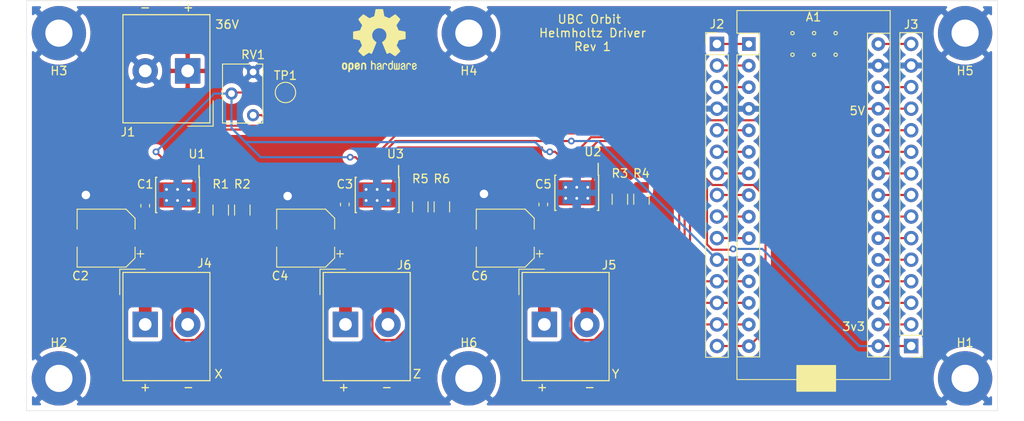
<source format=kicad_pcb>
(kicad_pcb (version 20171130) (host pcbnew "(5.1.5)-3")
  (layers (0 F.Cu signal) (31 B.Cu signal) (34 B.Paste user) (35 F.Paste user) (36 B.SilkS user) (37 F.SilkS user) (38 B.Mask user) (39 F.Mask user) (44 Edge.Cuts user))
  (net 0 "")
  (net 1 IN_X_2)
  (net 2 IN_X_1)
  (net 3 VIN)
  (net 4 IN_Y_2)
  (net 5 GND)
  (net 6 IN_Y_1)
  (net 7 IN_Z_1)
  (net 8 +5V)
  (net 9 IN_Z_2)
  (net 10 A7)
  (net 11 D7)
  (net 12 A6)
  (net 13 D6)
  (net 14 A5)
  (net 15 D5)
  (net 16 A4)
  (net 17 D4)
  (net 18 A3)
  (net 19 D3)
  (net 20 A2)
  (net 21 D2)
  (net 22 A1)
  (net 23 A0)
  (net 24 AREF)
  (net 25 D0)
  (net 26 +3V3)
  (net 27 D1)
  (net 28 +36V)
  (net 29 COIL_X_2)
  (net 30 COIL_X_1)
  (net 31 COIL_Y_2)
  (net 32 COIL_Y_1)
  (net 33 COIL_Z_2)
  (net 34 COIL_Z_1)
  (net 35 "Net-(R1-Pad1)")
  (net 36 "Net-(R3-Pad1)")
  (net 37 "Net-(R5-Pad1)")
  (net 38 VREF)
  (net 39 ~RESET2)
  (net 40 ~RESET1)
  (module Symbol:OSHW-Logo2_9.8x8mm_SilkScreen (layer F.Cu) (at 80.9 110.1)
    (fp_text reference REF** hide)
    (fp_text value OSHW-Logo2_9.8x8mm_SilkScreen hide)
  )
  (module Module:Arduino_Nano (layer F.Cu) (at 124.4 110.5)
    (fp_text reference A1 (at 7.62 -3.175) (layer F.SilkS))
    (fp_text value Arduino_Nano_v3.x)
    (pad 16 thru_hole oval (at 15.24 35.56) (size 1.6 1.6) (drill 0.8) (layers *.Cu *.Mask) (net 1 IN_X_2))
    (pad 15 thru_hole oval (at 0 35.56) (size 1.6 1.6) (drill 0.8) (layers *.Cu *.Mask) (net 2 IN_X_1))
    (pad 30 thru_hole oval (at 15.24 0) (size 1.6 1.6) (drill 0.8) (layers *.Cu *.Mask) (net 3 VIN))
    (pad 14 thru_hole oval (at 0 33.02) (size 1.6 1.6) (drill 0.8) (layers *.Cu *.Mask) (net 4 IN_Y_2))
    (pad 29 thru_hole oval (at 15.24 2.54) (size 1.6 1.6) (drill 0.8) (layers *.Cu *.Mask) (net 5 GND))
    (pad 13 thru_hole oval (at 0 30.48) (size 1.6 1.6) (drill 0.8) (layers *.Cu *.Mask) (net 6 IN_Y_1))
    (pad 28 thru_hole oval (at 15.24 5.08) (size 1.6 1.6) (drill 0.8) (layers *.Cu *.Mask) (net 39 ~RESET2))
    (pad 12 thru_hole oval (at 0 27.94) (size 1.6 1.6) (drill 0.8) (layers *.Cu *.Mask) (net 7 IN_Z_1))
    (pad 27 thru_hole oval (at 15.24 7.62) (size 1.6 1.6) (drill 0.8) (layers *.Cu *.Mask) (net 8 +5V))
    (pad 11 thru_hole oval (at 0 25.4) (size 1.6 1.6) (drill 0.8) (layers *.Cu *.Mask) (net 9 IN_Z_2))
    (pad 26 thru_hole oval (at 15.24 10.16) (size 1.6 1.6) (drill 0.8) (layers *.Cu *.Mask) (net 10 A7))
    (pad 10 thru_hole oval (at 0 22.86) (size 1.6 1.6) (drill 0.8) (layers *.Cu *.Mask) (net 11 D7))
    (pad 25 thru_hole oval (at 15.24 12.7) (size 1.6 1.6) (drill 0.8) (layers *.Cu *.Mask) (net 12 A6))
    (pad 9 thru_hole oval (at 0 20.32) (size 1.6 1.6) (drill 0.8) (layers *.Cu *.Mask) (net 13 D6))
    (pad 24 thru_hole oval (at 15.24 15.24) (size 1.6 1.6) (drill 0.8) (layers *.Cu *.Mask) (net 14 A5))
    (pad 8 thru_hole oval (at 0 17.78) (size 1.6 1.6) (drill 0.8) (layers *.Cu *.Mask) (net 15 D5))
    (pad 23 thru_hole oval (at 15.24 17.78) (size 1.6 1.6) (drill 0.8) (layers *.Cu *.Mask) (net 16 A4))
    (pad 7 thru_hole oval (at 0 15.24) (size 1.6 1.6) (drill 0.8) (layers *.Cu *.Mask) (net 17 D4))
    (pad 22 thru_hole oval (at 15.24 20.32) (size 1.6 1.6) (drill 0.8) (layers *.Cu *.Mask) (net 18 A3))
    (pad 6 thru_hole oval (at 0 12.7) (size 1.6 1.6) (drill 0.8) (layers *.Cu *.Mask) (net 19 D3))
    (pad 21 thru_hole oval (at 15.24 22.86) (size 1.6 1.6) (drill 0.8) (layers *.Cu *.Mask) (net 20 A2))
    (pad 5 thru_hole oval (at 0 10.16) (size 1.6 1.6) (drill 0.8) (layers *.Cu *.Mask) (net 21 D2))
    (pad 20 thru_hole oval (at 15.24 25.4) (size 1.6 1.6) (drill 0.8) (layers *.Cu *.Mask) (net 22 A1))
    (pad 4 thru_hole oval (at 0 7.62) (size 1.6 1.6) (drill 0.8) (layers *.Cu *.Mask) (net 5 GND))
    (pad 19 thru_hole oval (at 15.24 27.94) (size 1.6 1.6) (drill 0.8) (layers *.Cu *.Mask) (net 23 A0))
    (pad 3 thru_hole oval (at 0 5.08) (size 1.6 1.6) (drill 0.8) (layers *.Cu *.Mask) (net 40 ~RESET1))
    (pad 18 thru_hole oval (at 15.24 30.48) (size 1.6 1.6) (drill 0.8) (layers *.Cu *.Mask) (net 24 AREF))
    (pad 2 thru_hole oval (at 0 2.54) (size 1.6 1.6) (drill 0.8) (layers *.Cu *.Mask) (net 25 D0))
    (pad 17 thru_hole oval (at 15.24 33.02) (size 1.6 1.6) (drill 0.8) (layers *.Cu *.Mask) (net 26 +3V3))
    (pad 1 thru_hole rect (at 0 0) (size 1.6 1.6) (drill 0.8) (layers *.Cu *.Mask) (net 27 D1))
  )
  (module TestPoint:TestPoint_Pad_D2.0mm (layer F.Cu) (at 69.85 116.205)
    (fp_text reference TP1 (at 0 -1.998) (layer F.SilkS))
    (fp_text value TestPoint)
    (pad 1 smd circle (at 0 0) (size 2 2) (layers F.Cu F.Mask) (net 38 VREF))
  )
  (module MountingHole:MountingHole_3.2mm_M3_Pad (layer F.Cu) (at 91.44 149.86)
    (fp_text reference H6 (at 0 -4.2) (layer F.SilkS))
    (fp_text value MountingHole_Pad)
    (pad 1 thru_hole circle (at 0 0) (size 6.4 6.4) (drill 3.2) (layers *.Cu *.Mask) (net 5 GND))
  )
  (module MountingHole:MountingHole_3.2mm_M3_Pad (layer F.Cu) (at 149.86 109.22)
    (fp_text reference H5 (at 0 4.445) (layer F.SilkS))
    (fp_text value MountingHole_Pad)
    (pad 1 thru_hole circle (at 0 0) (size 6.4 6.4) (drill 3.2) (layers *.Cu *.Mask) (net 5 GND))
  )
  (module MountingHole:MountingHole_3.2mm_M3_Pad (layer F.Cu) (at 91.44 109.22)
    (fp_text reference H4 (at 0 4.445) (layer F.SilkS))
    (fp_text value MountingHole_Pad)
    (pad 1 thru_hole circle (at 0 0) (size 6.4 6.4) (drill 3.2) (layers *.Cu *.Mask) (net 5 GND))
  )
  (module MountingHole:MountingHole_3.2mm_M3_Pad (layer F.Cu) (at 43.18 109.22)
    (fp_text reference H3 (at 0 4.445) (layer F.SilkS))
    (fp_text value MountingHole_Pad)
    (pad 1 thru_hole circle (at 0 0) (size 6.4 6.4) (drill 3.2) (layers *.Cu *.Mask) (net 5 GND))
  )
  (module MountingHole:MountingHole_3.2mm_M3_Pad (layer F.Cu) (at 43.18 149.86)
    (fp_text reference H2 (at 0 -4.2) (layer F.SilkS))
    (fp_text value MountingHole_Pad)
    (pad 1 thru_hole circle (at 0 0) (size 6.4 6.4) (drill 3.2) (layers *.Cu *.Mask) (net 5 GND))
  )
  (module MountingHole:MountingHole_3.2mm_M3_Pad (layer F.Cu) (at 149.86 149.86)
    (fp_text reference H1 (at 0 -4.2) (layer F.SilkS))
    (fp_text value MountingHole_Pad)
    (pad 1 thru_hole circle (at 0 0) (size 6.4 6.4) (drill 3.2) (layers *.Cu *.Mask) (net 5 GND))
  )
  (module TerminalBlock_Altech:Altech_AK300_1x02_P5.00mm_45-Degree (layer F.Cu) (at 53.34 143.51)
    (fp_text reference J4 (at 6.985 -7.2) (layer F.SilkS))
    (fp_text value Conn_01x02)
    (pad 2 thru_hole circle (at 5 0) (size 3 3) (drill 1.5) (layers *.Cu *.Mask) (net 29 COIL_X_2))
    (pad 1 thru_hole rect (at 0 0) (size 3 3) (drill 1.5) (layers *.Cu *.Mask) (net 30 COIL_X_1))
  )
  (module TerminalBlock_Altech:Altech_AK300_1x02_P5.00mm_45-Degree (layer F.Cu) (at 76.915 143.51)
    (fp_text reference J6 (at 6.905 -6.985) (layer F.SilkS))
    (fp_text value Conn_01x02)
    (pad 2 thru_hole circle (at 5 0) (size 3 3) (drill 1.5) (layers *.Cu *.Mask) (net 33 COIL_Z_2))
    (pad 1 thru_hole rect (at 0 0) (size 3 3) (drill 1.5) (layers *.Cu *.Mask) (net 34 COIL_Z_1))
  )
  (module TerminalBlock_Altech:Altech_AK300_1x02_P5.00mm_45-Degree (layer F.Cu) (at 100.33 143.51)
    (fp_text reference J5 (at 7.62 -6.985) (layer F.SilkS))
    (fp_text value Conn_01x02)
    (pad 2 thru_hole circle (at 5 0) (size 3 3) (drill 1.5) (layers *.Cu *.Mask) (net 31 COIL_Y_2))
    (pad 1 thru_hole rect (at 0 0) (size 3 3) (drill 1.5) (layers *.Cu *.Mask) (net 32 COIL_Y_1))
  )
  (module TerminalBlock_Altech:Altech_AK300_1x02_P5.00mm_45-Degree (layer F.Cu) (at 58.34 113.665 180)
    (fp_text reference J1 (at 7.032 -7.2) (layer F.SilkS))
    (fp_text value Conn_01x02)
    (pad 2 thru_hole circle (at 5 0 180) (size 3 3) (drill 1.5) (layers *.Cu *.Mask) (net 5 GND))
    (pad 1 thru_hole rect (at 0 0 180) (size 3 3) (drill 1.5) (layers *.Cu *.Mask) (net 28 +36V))
  )
  (module Package_SO:Texas_HTSOP-8-1EP_3.9x4.9mm_P1.27mm_EP2.95x4.9mm_Mask2.4x3.1mm_ThermalVias (layer F.Cu) (at 80.645 128.27 270)
    (fp_text reference U3 (at -4.826 -2.159 180) (layer F.SilkS))
    (fp_text value DRV8870DDA)
    (pad 9 thru_hole circle (at 0.65 1.3 270) (size 0.63 0.63) (drill 0.33) (layers *.Cu *.Mask) (net 5 GND))
    (pad 9 thru_hole circle (at -0.65 1.3 270) (size 0.63 0.63) (drill 0.33) (layers *.Cu *.Mask) (net 5 GND))
    (pad 9 thru_hole circle (at 0.65 -1.3 270) (size 0.63 0.63) (drill 0.33) (layers *.Cu *.Mask) (net 5 GND))
    (pad 9 thru_hole circle (at 0.65 0 270) (size 0.63 0.63) (drill 0.33) (layers *.Cu *.Mask) (net 5 GND))
    (pad 9 thru_hole circle (at -0.65 0 270) (size 0.63 0.63) (drill 0.33) (layers *.Cu *.Mask) (net 5 GND))
    (pad 9 thru_hole circle (at -0.65 -1.3 270) (size 0.63 0.63) (drill 0.33) (layers *.Cu *.Mask) (net 5 GND))
    (pad 9 smd rect (at 0 0 270) (size 2.95 4.9) (layers F.Cu) (net 5 GND))
    (pad 8 smd rect (at 2.875 -1.905 270) (size 2.2 0.5) (layers F.Cu F.Paste F.Mask) (net 33 COIL_Z_2))
    (pad 7 smd rect (at 2.875 -0.635 270) (size 2.2 0.5) (layers F.Cu F.Paste F.Mask) (net 37 "Net-(R5-Pad1)"))
    (pad 6 smd rect (at 2.875 0.635 270) (size 2.2 0.5) (layers F.Cu F.Paste F.Mask) (net 34 COIL_Z_1))
    (pad 5 smd rect (at 2.875 1.905 270) (size 2.2 0.5) (layers F.Cu F.Paste F.Mask) (net 28 +36V))
    (pad 4 smd rect (at -2.875 1.905 270) (size 2.2 0.5) (layers F.Cu F.Paste F.Mask) (net 38 VREF))
    (pad 3 smd rect (at -2.875 0.635 270) (size 2.2 0.5) (layers F.Cu F.Paste F.Mask) (net 7 IN_Z_1))
    (pad 2 smd rect (at -2.875 -0.635 270) (size 2.2 0.5) (layers F.Cu F.Paste F.Mask) (net 9 IN_Z_2))
    (pad 1 smd rect (at -2.875 -1.905 270) (size 2.2 0.5) (layers F.Cu F.Paste F.Mask) (net 5 GND))
    (pad 9 smd rect (at 0 0 270) (size 2.6 3.3) (layers B.Cu) (net 5 GND))
  )
  (module Package_SO:Texas_HTSOP-8-1EP_3.9x4.9mm_P1.27mm_EP2.95x4.9mm_Mask2.4x3.1mm_ThermalVias (layer F.Cu) (at 104.14 128.016 270)
    (fp_text reference U2 (at -4.826 -1.905 180) (layer F.SilkS))
    (fp_text value DRV8870DDA)
    (pad 9 thru_hole circle (at 0.65 1.3 270) (size 0.63 0.63) (drill 0.33) (layers *.Cu *.Mask) (net 5 GND))
    (pad 9 thru_hole circle (at -0.65 1.3 270) (size 0.63 0.63) (drill 0.33) (layers *.Cu *.Mask) (net 5 GND))
    (pad 9 thru_hole circle (at 0.65 -1.3 270) (size 0.63 0.63) (drill 0.33) (layers *.Cu *.Mask) (net 5 GND))
    (pad 9 thru_hole circle (at 0.65 0 270) (size 0.63 0.63) (drill 0.33) (layers *.Cu *.Mask) (net 5 GND))
    (pad 9 thru_hole circle (at -0.65 0 270) (size 0.63 0.63) (drill 0.33) (layers *.Cu *.Mask) (net 5 GND))
    (pad 9 thru_hole circle (at -0.65 -1.3 270) (size 0.63 0.63) (drill 0.33) (layers *.Cu *.Mask) (net 5 GND))
    (pad 9 smd rect (at 0 0 270) (size 2.95 4.9) (layers F.Cu) (net 5 GND))
    (pad 8 smd rect (at 2.875 -1.905 270) (size 2.2 0.5) (layers F.Cu F.Paste F.Mask) (net 31 COIL_Y_2))
    (pad 7 smd rect (at 2.875 -0.635 270) (size 2.2 0.5) (layers F.Cu F.Paste F.Mask) (net 36 "Net-(R3-Pad1)"))
    (pad 6 smd rect (at 2.875 0.635 270) (size 2.2 0.5) (layers F.Cu F.Paste F.Mask) (net 32 COIL_Y_1))
    (pad 5 smd rect (at 2.875 1.905 270) (size 2.2 0.5) (layers F.Cu F.Paste F.Mask) (net 28 +36V))
    (pad 4 smd rect (at -2.875 1.905 270) (size 2.2 0.5) (layers F.Cu F.Paste F.Mask) (net 38 VREF))
    (pad 3 smd rect (at -2.875 0.635 270) (size 2.2 0.5) (layers F.Cu F.Paste F.Mask) (net 6 IN_Y_1))
    (pad 2 smd rect (at -2.875 -0.635 270) (size 2.2 0.5) (layers F.Cu F.Paste F.Mask) (net 4 IN_Y_2))
    (pad 1 smd rect (at -2.875 -1.905 270) (size 2.2 0.5) (layers F.Cu F.Paste F.Mask) (net 5 GND))
    (pad 9 smd rect (at 0 0 270) (size 2.6 3.3) (layers B.Cu) (net 5 GND))
  )
  (module Potentiometer_THT:Potentiometer_Bourns_3266W_Vertical (layer F.Cu) (at 66.04 118.872 270)
    (fp_text reference RV1 (at -7.112 0 180) (layer F.SilkS))
    (fp_text value R_POT)
    (pad 3 thru_hole circle (at -5.08 0 270) (size 1.44 1.44) (drill 0.8) (layers *.Cu *.Mask) (net 5 GND))
    (pad 2 thru_hole circle (at -2.54 2.54 270) (size 1.44 1.44) (drill 0.8) (layers *.Cu *.Mask) (net 38 VREF))
    (pad 1 thru_hole circle (at 0 0 270) (size 1.44 1.44) (drill 0.8) (layers *.Cu *.Mask) (net 8 +5V))
  )
  (module Resistor_SMD:R_1206_3216Metric (layer F.Cu) (at 88.265 129.67 90)
    (fp_text reference R6 (at 3.305 0 180) (layer F.SilkS))
    (fp_text value 0.3R)
    (pad 2 smd roundrect (at 1.4 0 90) (size 1.25 1.75) (layers F.Cu F.Paste F.Mask) (roundrect_rratio 0.2) (net 5 GND))
    (pad 1 smd roundrect (at -1.4 0 90) (size 1.25 1.75) (layers F.Cu F.Paste F.Mask) (roundrect_rratio 0.2) (net 37 "Net-(R5-Pad1)"))
  )
  (module Resistor_SMD:R_1206_3216Metric (layer F.Cu) (at 85.725 129.67 90)
    (fp_text reference R5 (at 3.305 0 180) (layer F.SilkS))
    (fp_text value 0.3R)
    (pad 2 smd roundrect (at 1.4 0 90) (size 1.25 1.75) (layers F.Cu F.Paste F.Mask) (roundrect_rratio 0.2) (net 5 GND))
    (pad 1 smd roundrect (at -1.4 0 90) (size 1.25 1.75) (layers F.Cu F.Paste F.Mask) (roundrect_rratio 0.2) (net 37 "Net-(R5-Pad1)"))
  )
  (module Resistor_SMD:R_1206_3216Metric (layer F.Cu) (at 111.76 128.775 90)
    (fp_text reference R4 (at 3.045 0 180) (layer F.SilkS))
    (fp_text value 0.3R)
    (pad 2 smd roundrect (at 1.4 0 90) (size 1.25 1.75) (layers F.Cu F.Paste F.Mask) (roundrect_rratio 0.2) (net 5 GND))
    (pad 1 smd roundrect (at -1.4 0 90) (size 1.25 1.75) (layers F.Cu F.Paste F.Mask) (roundrect_rratio 0.2) (net 36 "Net-(R3-Pad1)"))
  )
  (module Resistor_SMD:R_1206_3216Metric (layer F.Cu) (at 109.22 128.775 90)
    (fp_text reference R3 (at 3.045 0 180) (layer F.SilkS))
    (fp_text value 0.3R)
    (pad 2 smd roundrect (at 1.4 0 90) (size 1.25 1.75) (layers F.Cu F.Paste F.Mask) (roundrect_rratio 0.2) (net 5 GND))
    (pad 1 smd roundrect (at -1.4 0 90) (size 1.25 1.75) (layers F.Cu F.Paste F.Mask) (roundrect_rratio 0.2) (net 36 "Net-(R3-Pad1)"))
  )
  (module Resistor_SMD:R_1206_3216Metric (layer F.Cu) (at 64.77 130.045 90)
    (fp_text reference R2 (at 3.045 0 180) (layer F.SilkS))
    (fp_text value 0.3R)
    (pad 2 smd roundrect (at 1.4 0 90) (size 1.25 1.75) (layers F.Cu F.Paste F.Mask) (roundrect_rratio 0.2) (net 5 GND))
    (pad 1 smd roundrect (at -1.4 0 90) (size 1.25 1.75) (layers F.Cu F.Paste F.Mask) (roundrect_rratio 0.2) (net 35 "Net-(R1-Pad1)"))
  )
  (module Resistor_SMD:R_1206_3216Metric (layer F.Cu) (at 62.23 130.045 90)
    (fp_text reference R1 (at 3.045 0 180) (layer F.SilkS))
    (fp_text value 0.3R)
    (pad 2 smd roundrect (at 1.4 0 90) (size 1.25 1.75) (layers F.Cu F.Paste F.Mask) (roundrect_rratio 0.2) (net 5 GND))
    (pad 1 smd roundrect (at -1.4 0 90) (size 1.25 1.75) (layers F.Cu F.Paste F.Mask) (roundrect_rratio 0.2) (net 35 "Net-(R1-Pad1)"))
  )
  (module Connector_PinHeader_2.54mm:PinHeader_1x15_P2.54mm_Vertical (layer F.Cu) (at 143.51 146.05 180)
    (fp_text reference J3 (at 0 37.846) (layer F.SilkS))
    (fp_text value Conn_01x15)
    (pad 15 thru_hole oval (at 0 35.56 180) (size 1.7 1.7) (drill 1) (layers *.Cu *.Mask) (net 3 VIN))
    (pad 14 thru_hole oval (at 0 33.02 180) (size 1.7 1.7) (drill 1) (layers *.Cu *.Mask) (net 5 GND))
    (pad 13 thru_hole oval (at 0 30.48 180) (size 1.7 1.7) (drill 1) (layers *.Cu *.Mask) (net 39 ~RESET2))
    (pad 12 thru_hole oval (at 0 27.94 180) (size 1.7 1.7) (drill 1) (layers *.Cu *.Mask) (net 8 +5V))
    (pad 11 thru_hole oval (at 0 25.4 180) (size 1.7 1.7) (drill 1) (layers *.Cu *.Mask) (net 10 A7))
    (pad 10 thru_hole oval (at 0 22.86 180) (size 1.7 1.7) (drill 1) (layers *.Cu *.Mask) (net 12 A6))
    (pad 9 thru_hole oval (at 0 20.32 180) (size 1.7 1.7) (drill 1) (layers *.Cu *.Mask) (net 14 A5))
    (pad 8 thru_hole oval (at 0 17.78 180) (size 1.7 1.7) (drill 1) (layers *.Cu *.Mask) (net 16 A4))
    (pad 7 thru_hole oval (at 0 15.24 180) (size 1.7 1.7) (drill 1) (layers *.Cu *.Mask) (net 18 A3))
    (pad 6 thru_hole oval (at 0 12.7 180) (size 1.7 1.7) (drill 1) (layers *.Cu *.Mask) (net 20 A2))
    (pad 5 thru_hole oval (at 0 10.16 180) (size 1.7 1.7) (drill 1) (layers *.Cu *.Mask) (net 22 A1))
    (pad 4 thru_hole oval (at 0 7.62 180) (size 1.7 1.7) (drill 1) (layers *.Cu *.Mask) (net 23 A0))
    (pad 3 thru_hole oval (at 0 5.08 180) (size 1.7 1.7) (drill 1) (layers *.Cu *.Mask) (net 24 AREF))
    (pad 2 thru_hole oval (at 0 2.54 180) (size 1.7 1.7) (drill 1) (layers *.Cu *.Mask) (net 26 +3V3))
    (pad 1 thru_hole rect (at 0 0 180) (size 1.7 1.7) (drill 1) (layers *.Cu *.Mask) (net 1 IN_X_2))
  )
  (module Connector_PinHeader_2.54mm:PinHeader_1x15_P2.54mm_Vertical (layer F.Cu) (at 120.65 110.49)
    (fp_text reference J2 (at 0 -2.33) (layer F.SilkS))
    (fp_text value Conn_01x15)
    (pad 15 thru_hole oval (at 0 35.56) (size 1.7 1.7) (drill 1) (layers *.Cu *.Mask) (net 2 IN_X_1))
    (pad 14 thru_hole oval (at 0 33.02) (size 1.7 1.7) (drill 1) (layers *.Cu *.Mask) (net 4 IN_Y_2))
    (pad 13 thru_hole oval (at 0 30.48) (size 1.7 1.7) (drill 1) (layers *.Cu *.Mask) (net 6 IN_Y_1))
    (pad 12 thru_hole oval (at 0 27.94) (size 1.7 1.7) (drill 1) (layers *.Cu *.Mask) (net 7 IN_Z_1))
    (pad 11 thru_hole oval (at 0 25.4) (size 1.7 1.7) (drill 1) (layers *.Cu *.Mask) (net 9 IN_Z_2))
    (pad 10 thru_hole oval (at 0 22.86) (size 1.7 1.7) (drill 1) (layers *.Cu *.Mask) (net 11 D7))
    (pad 9 thru_hole oval (at 0 20.32) (size 1.7 1.7) (drill 1) (layers *.Cu *.Mask) (net 13 D6))
    (pad 8 thru_hole oval (at 0 17.78) (size 1.7 1.7) (drill 1) (layers *.Cu *.Mask) (net 15 D5))
    (pad 7 thru_hole oval (at 0 15.24) (size 1.7 1.7) (drill 1) (layers *.Cu *.Mask) (net 17 D4))
    (pad 6 thru_hole oval (at 0 12.7) (size 1.7 1.7) (drill 1) (layers *.Cu *.Mask) (net 19 D3))
    (pad 5 thru_hole oval (at 0 10.16) (size 1.7 1.7) (drill 1) (layers *.Cu *.Mask) (net 21 D2))
    (pad 4 thru_hole oval (at 0 7.62) (size 1.7 1.7) (drill 1) (layers *.Cu *.Mask) (net 5 GND))
    (pad 3 thru_hole oval (at 0 5.08) (size 1.7 1.7) (drill 1) (layers *.Cu *.Mask) (net 40 ~RESET1))
    (pad 2 thru_hole oval (at 0 2.54) (size 1.7 1.7) (drill 1) (layers *.Cu *.Mask) (net 25 D0))
    (pad 1 thru_hole rect (at 0 0) (size 1.7 1.7) (drill 1) (layers *.Cu *.Mask) (net 27 D1))
  )
  (module Capacitor_SMD:CP_Elec_6.3x5.4_Nichicon (layer F.Cu) (at 95.725 133.35 180)
    (fp_text reference C6 (at 3.015 -4.445) (layer F.SilkS))
    (fp_text value 47u)
    (pad 2 smd roundrect (at 2.7 0 180) (size 3.5 1.6) (layers F.Cu F.Paste F.Mask) (roundrect_rratio 0.15625) (net 5 GND))
    (pad 1 smd roundrect (at -2.7 0 180) (size 3.5 1.6) (layers F.Cu F.Paste F.Mask) (roundrect_rratio 0.15625) (net 28 +36V))
  )
  (module Capacitor_SMD:C_0603_1608Metric (layer F.Cu) (at 100.203 129.3875 90)
    (fp_text reference C5 (at 2.3875 0 180) (layer F.SilkS))
    (fp_text value 0.1u)
    (pad 2 smd roundrect (at 0.7875 0 90) (size 0.875 0.95) (layers F.Cu F.Paste F.Mask) (net 5 GND))
    (pad 1 smd roundrect (at -0.7875 0 90) (size 0.875 0.95) (layers F.Cu F.Paste F.Mask) (net 28 +36V))
  )
  (module Capacitor_SMD:CP_Elec_6.3x5.4_Nichicon (layer F.Cu) (at 72.23 133.35 180)
    (fp_text reference C4 (at 3.015 -4.445) (layer F.SilkS))
    (fp_text value 47u)
    (pad 2 smd roundrect (at 2.7 0 180) (size 3.5 1.6) (layers F.Cu F.Paste F.Mask) (roundrect_rratio 0.15625) (net 5 GND))
    (pad 1 smd roundrect (at -2.7 0 180) (size 3.5 1.6) (layers F.Cu F.Paste F.Mask) (roundrect_rratio 0.15625) (net 28 +36V))
  )
  (module Capacitor_SMD:C_0603_1608Metric (layer F.Cu) (at 76.835 129.3875 90)
    (fp_text reference C3 (at 2.3875 0 180) (layer F.SilkS))
    (fp_text value 0.1u)
    (pad 2 smd roundrect (at 0.7875 0 90) (size 0.875 0.95) (layers F.Cu F.Paste F.Mask) (net 5 GND))
    (pad 1 smd roundrect (at -0.7875 0 90) (size 0.875 0.95) (layers F.Cu F.Paste F.Mask) (net 28 +36V))
  )
  (module Capacitor_SMD:CP_Elec_6.3x5.4_Nichicon (layer F.Cu) (at 48.735 133.35 180)
    (fp_text reference C2 (at 3.015 -4.445) (layer F.SilkS))
    (fp_text value 47u)
    (pad 2 smd roundrect (at 2.7 0 180) (size 3.5 1.6) (layers F.Cu F.Paste F.Mask) (roundrect_rratio 0.15625) (net 5 GND))
    (pad 1 smd roundrect (at -2.7 0 180) (size 3.5 1.6) (layers F.Cu F.Paste F.Mask) (roundrect_rratio 0.15625) (net 28 +36V))
  )
  (module Capacitor_SMD:C_0603_1608Metric (layer F.Cu) (at 53.34 129.54 90)
    (fp_text reference C1 (at 2.54 0 180) (layer F.SilkS))
    (fp_text value 0.1u)
    (pad 2 smd roundrect (at 0.7875 0 90) (size 0.875 0.95) (layers F.Cu F.Paste F.Mask) (net 5 GND))
    (pad 1 smd roundrect (at -0.7875 0 90) (size 0.875 0.95) (layers F.Cu F.Paste F.Mask) (net 28 +36V))
  )
  (module Package_SO:Texas_HTSOP-8-1EP_3.9x4.9mm_P1.27mm_EP2.95x4.9mm_Mask2.4x3.1mm_ThermalVias (layer F.Cu) (at 57.15 128.27 270)
    (fp_text reference U1 (at -4.826 -2.286 180) (layer F.SilkS))
    (fp_text value DRV8870DDA)
    (pad 9 thru_hole circle (at 0.65 1.3 270) (size 0.63 0.63) (drill 0.33) (layers *.Cu *.Mask) (net 5 GND))
    (pad 9 thru_hole circle (at -0.65 1.3 270) (size 0.63 0.63) (drill 0.33) (layers *.Cu *.Mask) (net 5 GND))
    (pad 9 thru_hole circle (at 0.65 -1.3 270) (size 0.63 0.63) (drill 0.33) (layers *.Cu *.Mask) (net 5 GND))
    (pad 9 thru_hole circle (at 0.65 0 270) (size 0.63 0.63) (drill 0.33) (layers *.Cu *.Mask) (net 5 GND))
    (pad 9 thru_hole circle (at -0.65 0 270) (size 0.63 0.63) (drill 0.33) (layers *.Cu *.Mask) (net 5 GND))
    (pad 9 thru_hole circle (at -0.65 -1.3 270) (size 0.63 0.63) (drill 0.33) (layers *.Cu *.Mask) (net 5 GND))
    (pad 9 smd rect (at 0 0 270) (size 2.95 4.9) (layers F.Cu) (net 5 GND))
    (pad 8 smd rect (at 2.875 -1.905 270) (size 2.2 0.5) (layers F.Cu F.Paste F.Mask) (net 29 COIL_X_2))
    (pad 7 smd rect (at 2.875 -0.635 270) (size 2.2 0.5) (layers F.Cu F.Paste F.Mask) (net 35 "Net-(R1-Pad1)"))
    (pad 6 smd rect (at 2.875 0.635 270) (size 2.2 0.5) (layers F.Cu F.Paste F.Mask) (net 30 COIL_X_1))
    (pad 5 smd rect (at 2.875 1.905 270) (size 2.2 0.5) (layers F.Cu F.Paste F.Mask) (net 28 +36V))
    (pad 4 smd rect (at -2.875 1.905 270) (size 2.2 0.5) (layers F.Cu F.Paste F.Mask) (net 38 VREF))
    (pad 3 smd rect (at -2.875 0.635 270) (size 2.2 0.5) (layers F.Cu F.Paste F.Mask) (net 2 IN_X_1))
    (pad 2 smd rect (at -2.875 -0.635 270) (size 2.2 0.5) (layers F.Cu F.Paste F.Mask) (net 1 IN_X_2))
    (pad 1 smd rect (at -2.875 -1.905 270) (size 2.2 0.5) (layers F.Cu F.Paste F.Mask) (net 5 GND))
    (pad 9 smd rect (at 0 0 270) (size 2.6 3.3) (layers B.Cu) (net 5 GND))
  )
  (gr_text 36V (at 62.992 108.204) (layer F.SilkS) (effects (font (size 1 1))))
  (gr_text Y (at 108.712 149.352) (layer F.SilkS) (effects (font (size 1 1))))
  (gr_text Z (at 85.344 149.352) (layer F.SilkS) (effects (font (size 1 1))))
  (gr_text X (at 61.976 149.352) (layer F.SilkS) (effects (font (size 1 1))))
  (gr_text "UBC Orbit \nHelmholtz Driver\nRev 1" (at 106 109.2) (layer F.SilkS) (effects (font (size 1 1))))
  (gr_text 5V (at 138.176 118.364) (layer F.SilkS) (effects (font (size 1 1)) (justify right)))
  (gr_circle (center 134.62 111.76) (end 134.82 111.76) (layer F.SilkS) (width 0.12))
  (gr_circle (center 132.08 111.76) (end 132.28 111.76) (layer F.SilkS) (width 0.12))
  (gr_circle (center 129.54 111.76) (end 129.74 111.76) (layer F.SilkS) (width 0.12))
  (gr_circle (center 129.54 109.22) (end 129.74 109.22) (layer F.SilkS) (width 0.12))
  (gr_circle (center 134.62 109.22) (end 134.82 109.22) (layer F.SilkS) (width 0.12))
  (gr_circle (center 132.08 109.22) (end 132.28 109.22) (layer F.SilkS) (width 0.12))
  (gr_poly (pts (xy 134.62 151.384) (xy 130.048 151.384) (xy 130.048 148.336) (xy 134.62 148.336)) (layer F.SilkS) (width 0.1))
  (gr_text 3v3 (at 138.176 143.764) (layer F.SilkS) (effects (font (size 1 1)) (justify right)))
  (gr_text - (at 105.664 150.876) (layer F.SilkS) (effects (font (size 1 1))))
  (gr_text - (at 81.788 150.876) (layer F.SilkS) (effects (font (size 1 1))))
  (gr_text - (at 58.42 150.876) (layer F.SilkS) (effects (font (size 1 1))))
  (gr_text - (at 53.34 106.172) (layer F.SilkS) (effects (font (size 1 1))))
  (gr_text + (at 100.076 150.876) (layer F.SilkS) (effects (font (size 1 1))))
  (gr_text + (at 53.34 150.876) (layer F.SilkS) (effects (font (size 1 1))))
  (gr_text + (at 76.708 150.876) (layer F.SilkS) (effects (font (size 1 1))))
  (gr_text + (at 58.42 106.172) (layer F.SilkS) (effects (font (size 1 1))))
  (gr_line (start 39.37 153.67) (end 153.67 153.67) (layer Edge.Cuts) (width 0.05))
  (gr_line (start 39.37 105.41) (end 39.37 153.67) (layer Edge.Cuts) (width 0.05))
  (gr_line (start 153.67 105.41) (end 39.37 105.41) (layer Edge.Cuts) (width 0.05))
  (gr_line (start 153.67 153.67) (end 153.67 105.41) (layer Edge.Cuts) (width 0.05))
  (segment (start 139.7 146.05) (end 143.51 146.05) (width 0.25) (layer F.Cu) (net 1))
  (segment (start 119.474999 134.079999) (end 120.109999 134.714999) (width 0.25) (layer F.Cu) (net 1))
  (segment (start 119.474999 127.090769) (end 119.474999 134.079999) (width 0.25) (layer F.Cu) (net 1))
  (segment (start 112.954203 120.569973) (end 119.474999 127.090769) (width 0.25) (layer F.Cu) (net 1))
  (segment (start 61.260027 120.569973) (end 112.954203 120.569973) (width 0.25) (layer F.Cu) (net 1))
  (segment (start 57.785 124.045) (end 61.260027 120.569973) (width 0.25) (layer F.Cu) (net 1))
  (segment (start 57.785 125.395) (end 57.785 124.045) (width 0.25) (layer F.Cu) (net 1))
  (segment (start 120.109999 134.714999) (end 122.460001 134.714999) (width 0.25) (layer F.Cu) (net 1))
  (via (at 122.555 134.62) (size 0.8) (drill 0.4) (layers F.Cu B.Cu) (net 1))
  (segment (start 122.460001 134.714999) (end 122.555 134.62) (width 0.25) (layer F.Cu) (net 1))
  (segment (start 122.555 134.62) (end 125.984 134.62) (width 0.25) (layer B.Cu) (net 1))
  (segment (start 137.424 146.06) (end 139.64 146.06) (width 0.25) (layer B.Cu) (net 1))
  (segment (start 125.984 134.62) (end 137.424 146.06) (width 0.25) (layer B.Cu) (net 1))
  (segment (start 120.65 146.05) (end 124.46 146.05) (width 0.25) (layer F.Cu) (net 2))
  (segment (start 126.365 144.145) (end 124.46 146.05) (width 0.25) (layer F.Cu) (net 2))
  (segment (start 126.365 128.509998) (end 126.365 144.145) (width 0.25) (layer F.Cu) (net 2))
  (segment (start 124.950001 127.094999) (end 126.365 128.509998) (width 0.25) (layer F.Cu) (net 2))
  (segment (start 56.515 124.045) (end 60.440036 120.119964) (width 0.25) (layer F.Cu) (net 2))
  (segment (start 120.115639 127.094999) (end 124.950001 127.094999) (width 0.25) (layer F.Cu) (net 2))
  (segment (start 60.440036 120.119964) (end 113.140604 120.119964) (width 0.25) (layer F.Cu) (net 2))
  (segment (start 56.515 125.395) (end 56.515 124.045) (width 0.25) (layer F.Cu) (net 2))
  (segment (start 113.140604 120.119964) (end 120.115639 127.094999) (width 0.25) (layer F.Cu) (net 2))
  (segment (start 139.7 110.49) (end 143.51 110.49) (width 0.25) (layer F.Cu) (net 3))
  (segment (start 120.65 143.51) (end 124.46 143.51) (width 0.25) (layer F.Cu) (net 4))
  (segment (start 104.775 123.791) (end 106.646 121.92) (width 0.25) (layer F.Cu) (net 4))
  (segment (start 116.205 141.605) (end 118.11 143.51) (width 0.25) (layer F.Cu) (net 4))
  (segment (start 104.775 125.141) (end 104.775 123.791) (width 0.25) (layer F.Cu) (net 4))
  (segment (start 106.646 121.92) (end 112.395 121.92) (width 0.25) (layer F.Cu) (net 4))
  (segment (start 112.395 121.92) (end 116.205 125.73) (width 0.25) (layer F.Cu) (net 4))
  (segment (start 118.11 143.51) (end 120.65 143.51) (width 0.25) (layer F.Cu) (net 4))
  (segment (start 116.205 125.73) (end 116.205 141.605) (width 0.25) (layer F.Cu) (net 4))
  (segment (start 124.46 118.11) (end 120.65 118.11) (width 0.25) (layer F.Cu) (net 5))
  (segment (start 139.7 113.03) (end 143.51 113.03) (width 0.25) (layer F.Cu) (net 5))
  (segment (start 88.265 128.27) (end 85.725 128.27) (width 0.25) (layer F.Cu) (net 5))
  (segment (start 85.725 128.27) (end 80.645 128.27) (width 0.25) (layer F.Cu) (net 5))
  (segment (start 63.895 128.645) (end 62.23 128.645) (width 0.25) (layer F.Cu) (net 5))
  (segment (start 64.77 128.645) (end 63.895 128.645) (width 0.25) (layer F.Cu) (net 5))
  (segment (start 57.525 128.645) (end 57.15 128.27) (width 0.25) (layer F.Cu) (net 5))
  (segment (start 62.23 128.645) (end 57.525 128.645) (width 0.25) (layer F.Cu) (net 5))
  (segment (start 104.781 127.375) (end 104.14 128.016) (width 0.25) (layer F.Cu) (net 5))
  (segment (start 109.22 127.375) (end 104.781 127.375) (width 0.25) (layer F.Cu) (net 5))
  (segment (start 111.76 127.375) (end 109.22 127.375) (width 0.25) (layer F.Cu) (net 5))
  (segment (start 104.52 128.016) (end 104.14 128.016) (width 0.25) (layer F.Cu) (net 5))
  (segment (start 106.045 126.491) (end 104.52 128.016) (width 0.25) (layer F.Cu) (net 5))
  (segment (start 106.045 125.141) (end 106.045 126.491) (width 0.25) (layer F.Cu) (net 5))
  (segment (start 81.025 128.27) (end 80.645 128.27) (width 0.25) (layer F.Cu) (net 5))
  (segment (start 82.55 126.745) (end 81.025 128.27) (width 0.25) (layer F.Cu) (net 5))
  (segment (start 82.55 125.395) (end 82.55 126.745) (width 0.25) (layer F.Cu) (net 5))
  (segment (start 57.53 128.27) (end 57.15 128.27) (width 0.25) (layer F.Cu) (net 5))
  (segment (start 59.055 126.745) (end 57.53 128.27) (width 0.25) (layer F.Cu) (net 5))
  (segment (start 59.055 125.395) (end 59.055 126.745) (width 0.25) (layer F.Cu) (net 5))
  (segment (start 57.15 128.27) (end 57.15 130.57) (width 1) (layer B.Cu) (net 5))
  (segment (start 57.15 128.27) (end 57.15 125.97) (width 1) (layer B.Cu) (net 5))
  (segment (start 80.645 128.27) (end 80.645 130.556) (width 1) (layer B.Cu) (net 5))
  (segment (start 80.645 128.27) (end 80.645 126.111) (width 1) (layer B.Cu) (net 5))
  (segment (start 104.14 128.016) (end 104.14 130.429) (width 1) (layer B.Cu) (net 5))
  (segment (start 104.14 128.016) (end 104.14 125.716) (width 1) (layer B.Cu) (net 5))
  (segment (start 46.035 133.35) (end 46.035 128.59) (width 2) (layer F.Cu) (net 5))
  (segment (start 46.035 128.59) (end 46.355 128.27) (width 2) (layer F.Cu) (net 5))
  (segment (start 46.609 128.016) (end 53.086 128.016) (width 2) (layer F.Cu) (net 5))
  (segment (start 53.34 128.27) (end 53.086 128.016) (width 1) (layer F.Cu) (net 5))
  (segment (start 53.34 128.7525) (end 53.34 128.27) (width 1) (layer F.Cu) (net 5))
  (segment (start 69.53 132.55) (end 69.596 132.484) (width 2) (layer F.Cu) (net 5))
  (segment (start 69.53 133.35) (end 69.53 132.55) (width 2) (layer F.Cu) (net 5))
  (segment (start 69.596 132.484) (end 69.596 128.905) (width 2) (layer F.Cu) (net 5))
  (segment (start 69.596 128.905) (end 70.104 128.397) (width 2) (layer F.Cu) (net 5))
  (segment (start 70.485 128.016) (end 76.454 128.016) (width 2) (layer F.Cu) (net 5))
  (segment (start 76.6885 128.016) (end 76.454 128.016) (width 1) (layer F.Cu) (net 5))
  (segment (start 76.835 128.1625) (end 76.6885 128.016) (width 1) (layer F.Cu) (net 5))
  (segment (start 76.835 128.6) (end 76.835 128.1625) (width 1) (layer F.Cu) (net 5))
  (segment (start 93.025 133.35) (end 93.025 128.336) (width 2) (layer F.Cu) (net 5))
  (segment (start 93.025 128.336) (end 93.218 128.143) (width 2) (layer F.Cu) (net 5))
  (segment (start 93.345 128.016) (end 99.949 128.016) (width 2) (layer F.Cu) (net 5))
  (segment (start 100.0565 128.016) (end 99.949 128.016) (width 1) (layer F.Cu) (net 5))
  (segment (start 100.203 128.1625) (end 100.0565 128.016) (width 1) (layer F.Cu) (net 5))
  (segment (start 100.203 128.6) (end 100.203 128.1625) (width 1) (layer F.Cu) (net 5))
  (segment (start 46.355 128.27) (end 46.609 128.016) (width 2) (layer F.Cu) (net 5))
  (via (at 46.355 128.27) (size 1.2) (drill 1) (layers F.Cu B.Cu) (net 5))
  (segment (start 70.104 128.397) (end 70.485 128.016) (width 2) (layer F.Cu) (net 5))
  (via (at 70.104 128.397) (size 1.2) (drill 1) (layers F.Cu B.Cu) (net 5))
  (segment (start 93.218 128.143) (end 93.345 128.016) (width 2) (layer F.Cu) (net 5))
  (via (at 93.218 128.143) (size 1.2) (drill 1) (layers F.Cu B.Cu) (net 5))
  (segment (start 120.65 140.97) (end 124.46 140.97) (width 0.25) (layer F.Cu) (net 6))
  (segment (start 112.581401 121.469991) (end 116.84 125.72859) (width 0.25) (layer F.Cu) (net 6))
  (segment (start 105.82601 121.46999) (end 112.581401 121.469991) (width 0.25) (layer F.Cu) (net 6))
  (segment (start 103.505 125.141) (end 103.505 123.791) (width 0.25) (layer F.Cu) (net 6))
  (segment (start 103.505 123.791) (end 105.82601 121.46999) (width 0.25) (layer F.Cu) (net 6))
  (segment (start 116.84 125.72859) (end 116.84 139.7) (width 0.25) (layer F.Cu) (net 6))
  (segment (start 118.11 140.97) (end 120.65 140.97) (width 0.25) (layer F.Cu) (net 6))
  (segment (start 116.84 139.7) (end 118.11 140.97) (width 0.25) (layer F.Cu) (net 6))
  (segment (start 120.65 138.43) (end 124.46 138.43) (width 0.25) (layer F.Cu) (net 7))
  (segment (start 112.767802 121.019982) (end 117.475 125.72718) (width 0.25) (layer F.Cu) (net 7))
  (segment (start 83.035018 121.019982) (end 112.767802 121.019982) (width 0.25) (layer F.Cu) (net 7))
  (segment (start 80.01 125.395) (end 80.01 124.045) (width 0.25) (layer F.Cu) (net 7))
  (segment (start 80.01 124.045) (end 83.035018 121.019982) (width 0.25) (layer F.Cu) (net 7))
  (segment (start 117.475 125.72718) (end 117.475 137.16) (width 0.25) (layer F.Cu) (net 7))
  (segment (start 118.745 138.43) (end 120.65 138.43) (width 0.25) (layer F.Cu) (net 7))
  (segment (start 117.475 137.16) (end 118.745 138.43) (width 0.25) (layer F.Cu) (net 7))
  (segment (start 139.7 118.11) (end 143.51 118.11) (width 0.25) (layer F.Cu) (net 8))
  (segment (start 67.058233 118.872) (end 67.693233 119.507) (width 0.25) (layer F.Cu) (net 8))
  (segment (start 66.04 118.872) (end 67.058233 118.872) (width 0.25) (layer F.Cu) (net 8))
  (segment (start 67.693233 119.507) (end 119.38 119.507) (width 0.25) (layer F.Cu) (net 8))
  (segment (start 119.412001 119.474999) (end 131.858001 119.474999) (width 0.25) (layer F.Cu) (net 8))
  (segment (start 119.38 119.507) (end 119.412001 119.474999) (width 0.25) (layer F.Cu) (net 8))
  (segment (start 133.213 118.12) (end 139.64 118.12) (width 0.25) (layer F.Cu) (net 8))
  (segment (start 131.858001 119.474999) (end 133.213 118.12) (width 0.25) (layer F.Cu) (net 8))
  (segment (start 120.65 135.89) (end 124.46 135.89) (width 0.25) (layer F.Cu) (net 9))
  (via (at 103.505 121.92) (size 0.8) (drill 0.4) (layers F.Cu B.Cu) (net 9))
  (segment (start 81.28 125.395) (end 81.28 123.41141) (width 0.25) (layer F.Cu) (net 9))
  (segment (start 82.77141 121.92) (end 103.505 121.92) (width 0.25) (layer F.Cu) (net 9))
  (segment (start 81.28 123.41141) (end 82.77141 121.92) (width 0.25) (layer F.Cu) (net 9))
  (segment (start 106.68 121.92) (end 120.65 135.89) (width 0.25) (layer B.Cu) (net 9))
  (segment (start 103.505 121.92) (end 106.68 121.92) (width 0.25) (layer B.Cu) (net 9))
  (segment (start 139.7 120.65) (end 143.51 120.65) (width 0.25) (layer F.Cu) (net 10))
  (segment (start 120.65 133.35) (end 124.46 133.35) (width 0.25) (layer F.Cu) (net 11))
  (segment (start 139.7 123.19) (end 143.51 123.19) (width 0.25) (layer F.Cu) (net 12))
  (segment (start 124.46 130.81) (end 120.65 130.81) (width 0.25) (layer F.Cu) (net 13))
  (segment (start 139.7 125.73) (end 143.51 125.73) (width 0.25) (layer F.Cu) (net 14))
  (segment (start 124.46 128.27) (end 120.65 128.27) (width 0.25) (layer F.Cu) (net 15))
  (segment (start 139.7 128.27) (end 143.51 128.27) (width 0.25) (layer F.Cu) (net 16))
  (segment (start 124.46 125.73) (end 120.65 125.73) (width 0.25) (layer F.Cu) (net 17))
  (segment (start 139.7 130.81) (end 143.51 130.81) (width 0.25) (layer F.Cu) (net 18))
  (segment (start 124.46 123.19) (end 120.65 123.19) (width 0.25) (layer F.Cu) (net 19))
  (segment (start 139.7 133.35) (end 143.51 133.35) (width 0.25) (layer F.Cu) (net 20))
  (segment (start 124.46 120.65) (end 120.65 120.65) (width 0.25) (layer F.Cu) (net 21))
  (segment (start 139.7 135.89) (end 143.51 135.89) (width 0.25) (layer F.Cu) (net 22))
  (segment (start 143.51 138.43) (end 139.7 138.43) (width 0.25) (layer F.Cu) (net 23))
  (segment (start 139.7 140.97) (end 143.51 140.97) (width 0.25) (layer F.Cu) (net 24))
  (segment (start 124.46 113.03) (end 120.65 113.03) (width 0.25) (layer F.Cu) (net 25))
  (segment (start 139.7 143.51) (end 143.51 143.51) (width 0.25) (layer F.Cu) (net 26))
  (segment (start 124.46 110.49) (end 120.65 110.49) (width 0.25) (layer F.Cu) (net 27))
  (segment (start 58.34 143.51) (end 58.34 140.415) (width 1.5) (layer F.Cu) (net 29))
  (segment (start 58.34 140.415) (end 59.69 139.065) (width 1.5) (layer F.Cu) (net 29))
  (segment (start 59.39 131.145) (end 59.69 131.445) (width 1) (layer F.Cu) (net 29))
  (segment (start 59.055 131.145) (end 59.39 131.145) (width 1) (layer F.Cu) (net 29))
  (segment (start 59.69 139.065) (end 59.69 131.445) (width 1.5) (layer F.Cu) (net 29))
  (segment (start 59.69 131.445) (end 59.69 130.81) (width 1.5) (layer F.Cu) (net 29))
  (segment (start 53.34 140.51) (end 56.515 137.335) (width 1.5) (layer F.Cu) (net 30))
  (segment (start 53.34 143.51) (end 53.34 140.51) (width 1.5) (layer F.Cu) (net 30))
  (segment (start 56.515 137.335) (end 56.515 132.715) (width 1.5) (layer F.Cu) (net 30))
  (segment (start 56.515 131.145) (end 56.515 132.715) (width 1) (layer F.Cu) (net 30))
  (segment (start 105.33 143.51) (end 105.33 139.145) (width 1.5) (layer F.Cu) (net 31))
  (segment (start 105.33 139.145) (end 106.68 137.795) (width 1.5) (layer F.Cu) (net 31))
  (segment (start 106.68 137.795) (end 106.68 130.81) (width 1.5) (layer F.Cu) (net 31))
  (segment (start 106.599 130.891) (end 106.68 130.81) (width 1) (layer F.Cu) (net 31))
  (segment (start 106.045 130.891) (end 106.599 130.891) (width 1) (layer F.Cu) (net 31))
  (segment (start 100.33 140.51) (end 103.505 137.335) (width 1.5) (layer F.Cu) (net 32))
  (segment (start 100.33 143.51) (end 100.33 140.51) (width 1.5) (layer F.Cu) (net 32))
  (segment (start 103.505 137.335) (end 103.505 132.715) (width 1.5) (layer F.Cu) (net 32))
  (segment (start 103.505 132.715) (end 103.505 130.891) (width 1) (layer F.Cu) (net 32))
  (segment (start 81.915 143.51) (end 81.915 139.7) (width 1.5) (layer F.Cu) (net 33))
  (segment (start 81.915 139.7) (end 83.185 138.43) (width 1.5) (layer F.Cu) (net 33))
  (segment (start 82.885 131.145) (end 83.185 131.445) (width 1) (layer F.Cu) (net 33))
  (segment (start 82.55 131.145) (end 82.885 131.145) (width 1) (layer F.Cu) (net 33))
  (segment (start 83.185 138.43) (end 83.185 131.445) (width 1.5) (layer F.Cu) (net 33))
  (segment (start 83.185 131.445) (end 83.185 130.81) (width 1.5) (layer F.Cu) (net 33))
  (segment (start 76.915 140.51) (end 80.01 137.415) (width 1.5) (layer F.Cu) (net 34))
  (segment (start 76.915 143.51) (end 76.915 140.51) (width 1.5) (layer F.Cu) (net 34))
  (segment (start 80.01 137.415) (end 80.01 132.715) (width 1.5) (layer F.Cu) (net 34))
  (segment (start 80.01 131.145) (end 80.01 132.715) (width 1) (layer F.Cu) (net 34))
  (segment (start 62.23 132.07) (end 62.23 131.445) (width 0.25) (layer F.Cu) (net 35))
  (segment (start 59.216001 145.335001) (end 62.23 142.321002) (width 0.25) (layer F.Cu) (net 35))
  (segment (start 56.514999 144.386001) (end 57.463999 145.335001) (width 0.25) (layer F.Cu) (net 35))
  (segment (start 56.514999 140.719708) (end 56.514999 144.386001) (width 0.25) (layer F.Cu) (net 35))
  (segment (start 57.463999 145.335001) (end 59.216001 145.335001) (width 0.25) (layer F.Cu) (net 35))
  (segment (start 57.785 139.449707) (end 56.514999 140.719708) (width 0.25) (layer F.Cu) (net 35))
  (segment (start 57.785 131.145) (end 57.785 139.449707) (width 0.25) (layer F.Cu) (net 35))
  (segment (start 62.23 135.89) (end 64.77 133.35) (width 0.25) (layer F.Cu) (net 35))
  (segment (start 62.23 135.89) (end 62.23 132.07) (width 0.25) (layer F.Cu) (net 35))
  (segment (start 62.23 142.321002) (end 62.23 135.89) (width 0.25) (layer F.Cu) (net 35))
  (segment (start 64.77 133.35) (end 64.77 131.445) (width 0.25) (layer F.Cu) (net 35))
  (segment (start 109.22 130.8) (end 109.22 130.175) (width 0.25) (layer F.Cu) (net 36))
  (segment (start 103.504999 144.386001) (end 104.453999 145.335001) (width 0.25) (layer F.Cu) (net 36))
  (segment (start 103.504999 139.449708) (end 103.504999 144.386001) (width 0.25) (layer F.Cu) (net 36))
  (segment (start 104.453999 145.335001) (end 106.206001 145.335001) (width 0.25) (layer F.Cu) (net 36))
  (segment (start 104.775 138.179707) (end 103.504999 139.449708) (width 0.25) (layer F.Cu) (net 36))
  (segment (start 106.206001 145.335001) (end 109.22 142.321002) (width 0.25) (layer F.Cu) (net 36))
  (segment (start 104.775 130.891) (end 104.775 138.179707) (width 0.25) (layer F.Cu) (net 36))
  (segment (start 109.22 135.255) (end 111.76 132.715) (width 0.25) (layer F.Cu) (net 36))
  (segment (start 109.22 135.255) (end 109.22 130.8) (width 0.25) (layer F.Cu) (net 36))
  (segment (start 109.22 142.321002) (end 109.22 135.255) (width 0.25) (layer F.Cu) (net 36))
  (segment (start 111.76 132.715) (end 111.76 130.175) (width 0.25) (layer F.Cu) (net 36))
  (segment (start 85.725 131.695) (end 85.725 131.07) (width 0.25) (layer F.Cu) (net 37))
  (segment (start 82.791001 145.335001) (end 85.725 142.401002) (width 0.25) (layer F.Cu) (net 37))
  (segment (start 81.038999 145.335001) (end 82.791001 145.335001) (width 0.25) (layer F.Cu) (net 37))
  (segment (start 80.089999 144.386001) (end 81.038999 145.335001) (width 0.25) (layer F.Cu) (net 37))
  (segment (start 80.089999 140.004708) (end 80.089999 144.386001) (width 0.25) (layer F.Cu) (net 37))
  (segment (start 81.28 138.814707) (end 80.089999 140.004708) (width 0.25) (layer F.Cu) (net 37))
  (segment (start 81.28 131.145) (end 81.28 138.814707) (width 0.25) (layer F.Cu) (net 37))
  (segment (start 85.725 135.89) (end 88.265 133.35) (width 0.25) (layer F.Cu) (net 37))
  (segment (start 85.725 135.89) (end 85.725 131.695) (width 0.25) (layer F.Cu) (net 37))
  (segment (start 85.725 142.401002) (end 85.725 135.89) (width 0.25) (layer F.Cu) (net 37))
  (segment (start 88.265 133.35) (end 88.265 131.07) (width 0.25) (layer F.Cu) (net 37))
  (via (at 54.61 123.19) (size 0.8) (drill 0.4) (layers F.Cu B.Cu) (net 38))
  (segment (start 54.61 123.19) (end 55.245 123.825) (width 0.25) (layer F.Cu) (net 38))
  (segment (start 55.245 123.825) (end 55.245 125.395) (width 0.25) (layer F.Cu) (net 38))
  (via (at 77.47 123.825) (size 0.8) (drill 0.4) (layers F.Cu B.Cu) (net 38))
  (segment (start 77.47 123.825) (end 78.105 123.825) (width 0.25) (layer F.Cu) (net 38))
  (segment (start 78.105 123.825) (end 78.74 124.46) (width 0.25) (layer F.Cu) (net 38))
  (segment (start 78.74 124.46) (end 78.74 125.395) (width 0.25) (layer F.Cu) (net 38))
  (via (at 100.965 123.19) (size 0.8) (drill 0.4) (layers F.Cu B.Cu) (net 38))
  (segment (start 100.965 123.19) (end 101.6 123.19) (width 0.25) (layer F.Cu) (net 38))
  (segment (start 101.6 123.19) (end 102.235 123.825) (width 0.25) (layer F.Cu) (net 38))
  (segment (start 102.235 123.825) (end 102.235 125.141) (width 0.25) (layer F.Cu) (net 38))
  (segment (start 63.627 116.205) (end 63.5 116.332) (width 0.25) (layer F.Cu) (net 38))
  (segment (start 69.85 116.205) (end 63.627 116.205) (width 0.25) (layer F.Cu) (net 38))
  (segment (start 61.468 116.332) (end 54.61 123.19) (width 0.25) (layer B.Cu) (net 38))
  (segment (start 63.5 116.332) (end 61.468 116.332) (width 0.25) (layer B.Cu) (net 38))
  (segment (start 63.5 116.332) (end 63.5 120.396) (width 0.25) (layer B.Cu) (net 38))
  (segment (start 66.929 123.825) (end 77.47 123.825) (width 0.25) (layer B.Cu) (net 38))
  (segment (start 99.256315 122.047) (end 65.151 122.047) (width 0.25) (layer B.Cu) (net 38))
  (segment (start 100.399315 123.19) (end 99.256315 122.047) (width 0.25) (layer B.Cu) (net 38))
  (segment (start 100.965 123.19) (end 100.399315 123.19) (width 0.25) (layer B.Cu) (net 38))
  (segment (start 63.5 120.396) (end 65.151 122.047) (width 0.25) (layer B.Cu) (net 38))
  (segment (start 65.151 122.047) (end 66.929 123.825) (width 0.25) (layer B.Cu) (net 38))
  (segment (start 139.7 115.57) (end 143.51 115.57) (width 0.25) (layer F.Cu) (net 39))
  (segment (start 124.46 115.57) (end 120.65 115.57) (width 0.25) (layer F.Cu) (net 40))
  (zone (net 28) (net_name +36V) (layer F.Cu) (connect_pads (clearance 0.508)) (min_thickness 0.254) (fill yes (arc_segments 32) (thermal_gap 0.508) (thermal_bridge_width 0.508))
    (polygon (pts (xy 153.035 153.035) (xy 40.005 153.035) (xy 40.005 106.045) (xy 153.035 106.045)))
  )
  (zone (net 5) (net_name GND) (layer B.Cu) (connect_pads (clearance 0.508)) (min_thickness 0.254) (fill yes (arc_segments 32) (thermal_gap 0.508) (thermal_bridge_width 0.708))
    (polygon (pts (xy 153.035 153.035) (xy 40.005 153.035) (xy 40.005 106.045) (xy 153.035 106.045)))
  )
)
</source>
